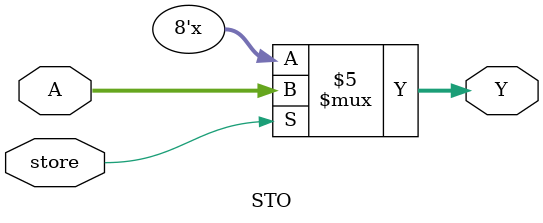
<source format=v>
module STO(
    input [7:0] A,
    input store,
    output reg [7:0] Y
);

    // Herein, implement D-Latch style memory
    // that stores the input data into memory
    // when store is high
  always @(store) begin
    if(store)
      Y <= A;
    else if(~store)
      Y <= Y;
  end

    // Memory should always output the value
    // stored, and it should only change
    // when store is high

endmodule

</source>
